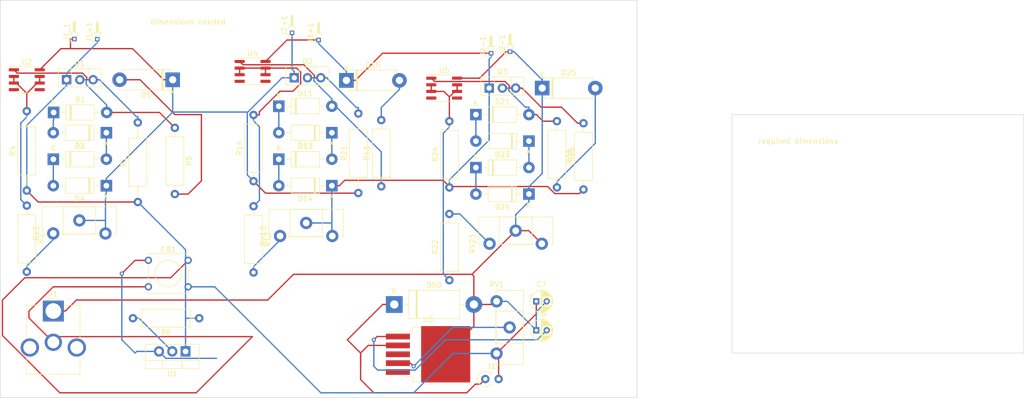
<source format=kicad_pcb>
(kicad_pcb (version 20211014) (generator pcbnew)
  (layers (0 "F.Cu" signal) (31 "B.Cu" signal) (34 "B.Paste" user) (35 "F.Paste" user) (36 "B.SilkS" user "B.Silkscreen") (37 "F.SilkS" user "F.Silkscreen") (38 "B.Mask" user) (39 "F.Mask" user) (44 "Edge.Cuts" user))
  (net 0 "")
  (net 1 "Net-(D1-Pad1)")
  (net 2 "Net-(J1-Pad2)")
  (net 3 "Net-(D2-Pad1)")
  (net 4 "Net-(D3-Pad1)")
  (net 5 "Net-(D1-Pad2)")
  (net 6 "Net-(D4-Pad1)")
  (net 7 "Net-(D5-Pad2)")
  (net 8 "Net-(D11-Pad2)")
  (net 9 "Net-(D11-Pad1)")
  (net 10 "Net-(D12-Pad1)")
  (net 11 "Net-(D14-Pad1)")
  (net 12 "Net-(D15-Pad2)")
  (net 13 "Net-(D21-Pad1)")
  (net 14 "Net-(D21-Pad2)")
  (net 15 "Net-(D22-Pad1)")
  (net 16 "Net-(D23-Pad1)")
  (net 17 "Net-(D13-Pad1)")
  (net 18 "Net-(D25-Pad2)")
  (net 19 "Net-(J1+1-Pad1)")
  (net 20 "Net-(Q1-Pad3)")
  (net 21 "Net-(Q2-Pad3)")
  (net 22 "Net-(Q3-Pad3)")
  (net 23 "Net-(R2-Pad2)")
  (net 24 "Net-(R6-Pad2)")
  (net 25 "Net-(R2-Pad1)")
  (net 26 "Net-(R12-Pad2)")
  (net 27 "Net-(R12-Pad1)")
  (net 28 "Net-(R22-Pad2)")
  (net 29 "Net-(R22-Pad1)")
  (net 30 "Net-(D24-Pad1)")
  (net 31 "Net-(CB1-Pad2)")
  (net 32 "Net-(U1-Pad3)")
  (net 33 "Net-(D50-Pad1)")
  (net 34 "Net-(RV1-Pad2)")
  (footprint "Diode_THT:D_DO-201AD_P15.24mm_Horizontal" (layer "F.Cu") (at 146.15 110.065)
    (fp_text reference "D50" (at 7.62 -3.72) (layer "F.SilkS"))
    (fp_text value "1N5822")
    (fp_text user "K" (at 0 -2.6) (layer "F.SilkS"))
    (pad "1" thru_hole rect (at 0 0) (size 3.2 3.2) (drill 1.6) (layers *.Cu *.Mask) (net 33 "Net-(D50-Pad1)"))
    (pad "2" thru_hole oval (at 15.24 0) (size 3.2 3.2) (drill 1.6) (layers *.Cu *.Mask) (net 30 "Net-(D24-Pad1)"))
  )
  (footprint "Package_TO_SOT_THT:TO-126-3_Vertical" (layer "F.Cu") (at 164.32 68.58)
    (fp_text reference "Q3" (at 2.54 -3.12) (layer "F.SilkS"))
    (fp_text value "BD140")
    (pad "1" thru_hole rect (at 0 0) (size 1.8 1.8) (drill 1) (layers *.Cu *.Mask) (net 11 "Net-(D14-Pad1)"))
    (pad "2" thru_hole oval (at 2.54 0) (size 1.8 1.8) (drill 1) (layers *.Cu *.Mask) (net 14 "Net-(D21-Pad2)"))
    (pad "3" thru_hole oval (at 5.08 0) (size 1.8 1.8) (drill 1) (layers *.Cu *.Mask) (net 22 "Net-(Q3-Pad3)"))
  )
  (footprint "Button_Switch_THT:SW_Tactile_Straight_KSL0Axx1LFTR" (layer "F.Cu") (at 99.06 101.6)
    (fp_text reference "CB1" (at 3.81 -2.08) (layer "F.SilkS"))
    (fp_text value "CircuitBreaker_1P")
    (pad "1" thru_hole circle (at 7.62 0) (size 1.397 1.397) (drill 0.8128) (layers *.Cu *.Mask) (net 32 "Net-(U1-Pad3)"))
    (pad "1" thru_hole circle (at 0 0) (size 1.397 1.397) (drill 0.8128) (layers *.Cu *.Mask) (net 32 "Net-(U1-Pad3)"))
    (pad "2" thru_hole circle (at 0 5.08) (size 1.397 1.397) (drill 0.8128) (layers *.Cu *.Mask) (net 31 "Net-(CB1-Pad2)"))
    (pad "2" thru_hole circle (at 7.62 5.08) (size 1.397 1.397) (drill 0.8128) (layers *.Cu *.Mask) (net 31 "Net-(CB1-Pad2)"))
  )
  (footprint "Connector_PinHeader_1.00mm:PinHeader_1x01_P1.00mm_Horizontal" (layer "F.Cu") (at 89.285 59.195 90)
    (fp_text reference "J1+1" (at 1.375 -1.5 90) (layer "F.SilkS"))
    (fp_text value "Conn_01x01")
    (pad "1" thru_hole rect (at 0 0 90) (size 0.85 0.85) (drill 0.5) (layers *.Cu *.Mask) (net 19 "Net-(J1+1-Pad1)"))
  )
  (footprint "Capacitor_THT:CP_Radial_D4.0mm_P2.00mm" (layer "F.Cu") (at 173.344801 109.465)
    (fp_text reference "C7" (at 1 -3.25) (layer "F.SilkS"))
    (fp_text value "2200uF")
    (pad "1" thru_hole rect (at 0 0) (size 1.2 1.2) (drill 0.6) (layers *.Cu *.Mask) (net 31 "Net-(CB1-Pad2)"))
    (pad "2" thru_hole circle (at 2 0) (size 1.2 1.2) (drill 0.6) (layers *.Cu *.Mask) (net 30 "Net-(D24-Pad1)"))
  )
  (footprint "Resistor_THT:R_Axial_DIN0309_L9.0mm_D3.2mm_P12.70mm_Horizontal" (layer "F.Cu") (at 119.2 86.43 90)
    (fp_text reference "R14" (at 6.35 -2.72 90) (layer "F.SilkS"))
    (fp_text value "R")
    (pad "1" thru_hole circle (at 0 0 90) (size 1.6 1.6) (drill 0.8) (layers *.Cu *.Mask) (net 6 "Net-(D4-Pad1)"))
    (pad "2" thru_hole oval (at 12.7 0 90) (size 1.6 1.6) (drill 0.8) (layers *.Cu *.Mask) (net 27 "Net-(R12-Pad1)"))
  )
  (footprint "Inductor_THT:L_Axial_L6.6mm_D2.7mm_P2.54mm_Vertical_Vishay_IM-2" (layer "F.Cu") (at 163.59 124.365)
    (fp_text reference "l1" (at 1.27 -2.47) (layer "F.SilkS"))
    (fp_text value "150uH")
    (pad "1" thru_hole circle (at 0 0) (size 1.6 1.6) (drill 0.8) (layers *.Cu *.Mask) (net 33 "Net-(D50-Pad1)"))
    (pad "2" thru_hole oval (at 2.54 0) (size 1.6 1.6) (drill 0.8) (layers *.Cu *.Mask) (net 31 "Net-(CB1-Pad2)"))
  )
  (footprint "Resistor_THT:R_Axial_DIN0309_L9.0mm_D3.2mm_P12.70mm_Horizontal" (layer "F.Cu") (at 108.8 112.7 180)
    (fp_text reference "R6" (at 6.35 -2.72) (layer "F.SilkS"))
    (fp_text value "1R1W")
    (pad "1" thru_hole circle (at 0 0 180) (size 1.6 1.6) (drill 0.8) (layers *.Cu *.Mask) (net 19 "Net-(J1+1-Pad1)"))
    (pad "2" thru_hole oval (at 12.7 0 180) (size 1.6 1.6) (drill 0.8) (layers *.Cu *.Mask) (net 24 "Net-(R6-Pad2)"))
  )
  (footprint "Connector_PinHeader_1.00mm:PinHeader_1x01_P1.00mm_Horizontal" (layer "F.Cu") (at 126.58 57.985 90)
    (fp_text reference "J2+1" (at 1.375 -1.5 90) (layer "F.SilkS"))
    (fp_text value "Conn_01x01")
    (pad "1" thru_hole rect (at 0 0 90) (size 0.85 0.85) (drill 0.5) (layers *.Cu *.Mask) (net 6 "Net-(D4-Pad1)"))
  )
  (footprint "Diode_THT:D_DO-41_SOD81_P10.16mm_Horizontal" (layer "F.Cu") (at 161.78 73.66)
    (fp_text reference "D21" (at 5.08 -2.47) (layer "F.SilkS"))
    (fp_text value "1N4007")
    (fp_text user "K" (at 0 -2.1) (layer "F.SilkS"))
    (pad "1" thru_hole rect (at 0 0) (size 2.2 2.2) (drill 1.1) (layers *.Cu *.Mask) (net 13 "Net-(D21-Pad1)"))
    (pad "2" thru_hole oval (at 10.16 0) (size 2.2 2.2) (drill 1.1) (layers *.Cu *.Mask) (net 14 "Net-(D21-Pad2)"))
  )
  (footprint "Diode_THT:D_5W_P10.16mm_Horizontal" (layer "F.Cu") (at 136.98 67.1)
    (fp_text reference "D15" (at 5.08 -2.97) (layer "F.SilkS"))
    (fp_text value "LED")
    (fp_text user "K" (at 0 -2.4) (layer "F.SilkS"))
    (pad "1" thru_hole rect (at 0 0) (size 2.8 2.8) (drill 1.4) (layers *.Cu *.Mask) (net 11 "Net-(D14-Pad1)"))
    (pad "2" thru_hole oval (at 10.16 0) (size 2.8 2.8) (drill 1.4) (layers *.Cu *.Mask) (net 12 "Net-(D15-Pad2)"))
  )
  (footprint "Package_TO_SOT_THT:TO-126-3_Vertical" (layer "F.Cu") (at 127 66.605)
    (fp_text reference "Q2" (at 2.54 -3.12) (layer "F.SilkS"))
    (fp_text value "BD140")
    (pad "1" thru_hole rect (at 0 0) (size 1.8 1.8) (drill 1) (layers *.Cu *.Mask) (net 6 "Net-(D4-Pad1)"))
    (pad "2" thru_hole oval (at 2.54 0) (size 1.8 1.8) (drill 1) (layers *.Cu *.Mask) (net 8 "Net-(D11-Pad2)"))
    (pad "3" thru_hole oval (at 5.08 0) (size 1.8 1.8) (drill 1) (layers *.Cu *.Mask) (net 21 "Net-(Q2-Pad3)"))
  )
  (footprint "Package_SO:SOIC-8_3.9x4.9mm_P1.27mm" (layer "F.Cu") (at 119.02 65.38)
    (fp_text reference "U4" (at 0 -3.4) (layer "F.SilkS"))
    (fp_text value "TL431D")
    (pad "1" smd roundrect (at -2.475 -1.905) (size 1.95 0.6) (layers "F.Cu" "F.Paste" "F.Mask") (net 21 "Net-(Q2-Pad3)"))
    (pad "2" smd roundrect (at -2.475 -0.635) (size 1.95 0.6) (layers "F.Cu" "F.Paste" "F.Mask") (net 27 "Net-(R12-Pad1)"))
    (pad "3" smd roundrect (at -2.475 0.635) (size 1.95 0.6) (layers "F.Cu" "F.Paste" "F.Mask") (net 27 "Net-(R12-Pad1)"))
    (pad "4" smd roundrect (at -2.475 1.905) (size 1.95 0.6) (layers "F.Cu" "F.Paste" "F.Mask"))
    (pad "5" smd roundrect (at 2.475 1.905) (size 1.95 0.6) (layers "F.Cu" "F.Paste" "F.Mask"))
    (pad "6" smd roundrect (at 2.475 0.635) (size 1.95 0.6) (layers "F.Cu" "F.Paste" "F.Mask") (net 27 "Net-(R12-Pad1)"))
    (pad "7" smd roundrect (at 2.475 -0.635) (size 1.95 0.6) (layers "F.Cu" "F.Paste" "F.Mask") (net 27 "Net-(R12-Pad1)"))
    (pad "8" smd roundrect (at 2.475 -1.905) (size 1.95 0.6) (layers "F.Cu" "F.Paste" "F.Mask") (net 11 "Net-(D14-Pad1)"))
  )
  (footprint "Connector_PinHeader_1.00mm:PinHeader_1x01_P1.00mm_Horizontal" (layer "F.Cu") (at 131.66 59.36 90)
    (fp_text reference "J3+1" (at 1.375 -1.5 90) (layer "F.SilkS"))
    (fp_text value "Conn_01x01")
    (pad "1" thru_hole rect (at 0 0 90) (size 0.85 0.85) (drill 0.5) (layers *.Cu *.Mask) (net 11 "Net-(D14-Pad1)"))
  )
  (footprint "Diode_THT:D_5W_P10.16mm_Horizontal" (layer "F.Cu") (at 174.48 68.58)
    (fp_text reference "D25" (at 5.08 -2.97) (layer "F.SilkS"))
    (fp_text value "LED")
    (fp_text user "K" (at 0 -2.4) (layer "F.SilkS"))
    (pad "1" thru_hole rect (at 0 0) (size 2.8 2.8) (drill 1.4) (layers *.Cu *.Mask) (net 30 "Net-(D24-Pad1)"))
    (pad "2" thru_hole oval (at 10.16 0) (size 2.8 2.8) (drill 1.4) (layers *.Cu *.Mask) (net 18 "Net-(D25-Pad2)"))
  )
  (footprint "Diode_THT:D_DO-41_SOD81_P10.16mm_Horizontal" (layer "F.Cu") (at 124.04 72.06)
    (fp_text reference "D11" (at 5.08 -2.47) (layer "F.SilkS"))
    (fp_text value "1N4007")
    (fp_text user "K" (at 0 -2.1) (layer "F.SilkS"))
    (pad "1" thru_hole rect (at 0 0) (size 2.2 2.2) (drill 1.1) (layers *.Cu *.Mask) (net 9 "Net-(D11-Pad1)"))
    (pad "2" thru_hole oval (at 10.16 0) (size 2.2 2.2) (drill 1.1) (layers *.Cu *.Mask) (net 8 "Net-(D11-Pad2)"))
  )
  (footprint "Diode_THT:D_DO-41_SOD81_P10.16mm_Horizontal" (layer "F.Cu") (at 80.86 82.22)
    (fp_text reference "D3" (at 5.08 -2.47) (layer "F.SilkS"))
    (fp_text value "1N4007")
    (fp_text user "K" (at 0 -2.1) (layer "F.SilkS"))
    (pad "1" thru_hole rect (at 0 0) (size 2.2 2.2) (drill 1.1) (layers *.Cu *.Mask) (net 4 "Net-(D3-Pad1)"))
    (pad "2" thru_hole oval (at 10.16 0) (size 2.2 2.2) (drill 1.1) (layers *.Cu *.Mask) (net 3 "Net-(D2-Pad1)"))
  )
  (footprint "Resistor_THT:R_Axial_DIN0309_L9.0mm_D3.2mm_P12.70mm_Horizontal" (layer "F.Cu") (at 119.2 91.23 -90)
    (fp_text reference "R12" (at 6.35 -2.72 90) (layer "F.SilkS"))
    (fp_text value "R")
    (pad "1" thru_hole circle (at 0 0 270) (size 1.6 1.6) (drill 0.8) (layers *.Cu *.Mask) (net 27 "Net-(R12-Pad1)"))
    (pad "2" thru_hole oval (at 12.7 0 270) (size 1.6 1.6) (drill 0.8) (layers *.Cu *.Mask) (net 26 "Net-(R12-Pad2)"))
  )
  (footprint "Package_TO_SOT_THT:TO-220-3_Vertical" (layer "F.Cu") (at 106.18 119.07 180)
    (fp_text reference "U1" (at 2.54 -4.27) (layer "F.SilkS"))
    (fp_text value "LM317_TO-220")
    (pad "1" thru_hole rect (at 0 0 180) (size 1.905 2) (drill 1.1) (layers *.Cu *.Mask) (net 19 "Net-(J1+1-Pad1)"))
    (pad "2" thru_hole oval (at 2.54 0 180) (size 1.905 2) (drill 1.1) (layers *.Cu *.Mask) (net 24 "Net-(R6-Pad2)"))
    (pad "3" thru_hole oval (at 5.08 0 180) (size 1.905 2) (drill 1.1) (layers *.Cu *.Mask) (net 32 "Net-(U1-Pad3)"))
  )
  (footprint "Connector_PinHeader_1.00mm:PinHeader_1x01_P1.00mm_Horizontal" (layer "F.Cu") (at 84.9 59.175 90)
    (fp_text reference "J1_1" (at 1.375 -1.5 90) (layer "F.SilkS"))
    (fp_text value "Conn_01x01")
    (pad "1" thru_hole rect (at 0 0 90) (size 0.85 0.85) (drill 0.5) (layers *.Cu *.Mask) (net 6 "Net-(D4-Pad1)"))
  )
  (footprint "Diode_THT:D_DO-41_SOD81_P10.16mm_Horizontal" (layer "F.Cu") (at 134.2 87.3 180)
    (fp_text reference "D14" (at 5.08 -2.47) (layer "F.SilkS"))
    (fp_text value "1N4007")
    (fp_text user "K" (at 0 -2.1) (layer "F.SilkS"))
    (pad "1" thru_hole rect (at 0 0 180) (size 2.2 2.2) (drill 1.1) (layers *.Cu *.Mask) (net 11 "Net-(D14-Pad1)"))
    (pad "2" thru_hole oval (at 10.16 0 180) (size 2.2 2.2) (drill 1.1) (layers *.Cu *.Mask) (net 17 "Net-(D13-Pad1)"))
  )
  (footprint "Potentiometer_THT:Potentiometer_ACP_CA14-H2,5_Horizontal" (layer "F.Cu") (at 124.28 96.94 90)
    (fp_text reference "RV13" (at 0 -3.25 90) (layer "F.SilkS"))
    (fp_text value "R_Potentiometer")
    (pad "1" thru_hole circle (at 0 0 90) (size 2.34 2.34) (drill 1.3) (layers *.Cu *.Mask) (net 26 "Net-(R12-Pad2)"))
    (pad "2" thru_hole circle (at 2.5 5 90) (size 2.34 2.34) (drill 1.3) (layers *.Cu *.Mask) (net 11 "Net-(D14-Pad1)"))
    (pad "3" thru_hole circle (at 0 10 90) (size 2.34 2.34) (drill 1.3) (layers *.Cu *.Mask) (net 11 "Net-(D14-Pad1)"))
  )
  (footprint "Diode_THT:D_DO-41_SOD81_P10.16mm_Horizontal" (layer "F.Cu") (at 91.02 87.3 180)
    (fp_text reference "D4" (at 5.08 -2.47) (layer "F.SilkS"))
    (fp_text value "1N4007")
    (fp_text user "K" (at 0 -2.1) (layer "F.SilkS"))
    (pad "1" thru_hole rect (at 0 0 180) (size 2.2 2.2) (drill 1.1) (layers *.Cu *.Mask) (net 6 "Net-(D4-Pad1)"))
    (pad "2" thru_hole oval (at 10.16 0 180) (size 2.2 2.2) (drill 1.1) (layers *.Cu *.Mask) (net 4 "Net-(D3-Pad1)"))
  )
  (footprint "Package_TO_SOT_THT:TO-126-3_Vertical" (layer "F.Cu") (at 83.4 66.98)
    (fp_text reference "Q1" (at 2.54 -3.12) (layer "F.SilkS"))
    (fp_text value "BD140")
    (pad "1" thru_hole rect (at 0 0) (size 1.8 1.8) (drill 1) (layers *.Cu *.Mask) (net 19 "Net-(J1+1-Pad1)"))
    (pad "2" thru_hole oval (at 2.54 0) (size 1.8 1.8) (drill 1) (layers *.Cu *.Mask) (net 5 "Net-(D1-Pad2)"))
    (pad "3" thru_hole oval (at 5.08 0) (size 1.8 1.8) (drill 1) (layers *.Cu *.Mask) (net 20 "Net-(Q1-Pad3)"))
  )
  (footprint "Diode_THT:D_DO-41_SOD81_P10.16mm_Horizontal" (layer "F.Cu") (at 80.92 73.25)
    (fp_text reference "D1" (at 5.08 -2.47) (layer "F.SilkS"))
    (fp_text value "1N4007")
    (fp_text user "K" (at 0 -2.1) (layer "F.SilkS"))
    (pad "1" thru_hole rect (at 0 0) (size 2.2 2.2) (drill 1.1) (layers *.Cu *.Mask) (net 1 "Net-(D1-Pad1)"))
    (pad "2" thru_hole oval (at 10.16 0) (size 2.2 2.2) (drill 1.1) (layers *.Cu *.Mask) (net 5 "Net-(D1-Pad2)"))
  )
  (footprint "Diode_THT:D_DO-41_SOD81_P10.16mm_Horizontal" (layer "F.Cu") (at 134.2 77.14 180)
    (fp_text reference "D12" (at 5.08 -2.47) (layer "F.SilkS"))
    (fp_text value "1N4007")
    (fp_text user "K" (at 0 -2.1) (layer "F.SilkS"))
    (pad "1" thru_hole rect (at 0 0 180) (size 2.2 2.2) (drill 1.1) (layers *.Cu *.Mask) (net 10 "Net-(D12-Pad1)"))
    (pad "2" thru_hole oval (at 10.16 0 180) (size 2.2 2.2) (drill 1.1) (layers *.Cu *.Mask) (net 9 "Net-(D11-Pad1)"))
  )
  (footprint "Resistor_THT:R_Axial_DIN0309_L9.0mm_D3.2mm_P12.70mm_Horizontal" (layer "F.Cu") (at 182.38 88.02 90)
    (fp_text reference "R31" (at 6.35 -2.72 90) (layer "F.SilkS"))
    (fp_text value "R")
    (pad "1" thru_hole circle (at 0 0 90) (size 1.6 1.6) (drill 0.8) (layers *.Cu *.Mask) (net 11 "Net-(D14-Pad1)"))
    (pad "2" thru_hole oval (at 12.7 0 90) (size 1.6 1.6) (drill 0.8) (layers *.Cu *.Mask) (net 22 "Net-(Q3-Pad3)"))
  )
  (footprint "Resistor_THT:R_Axial_DIN0309_L9.0mm_D3.2mm_P15.24mm_Horizontal" (layer "F.Cu") (at 139.27 88.69 90)
    (fp_text reference "R21" (at 7.62 -2.72 90) (layer "F.SilkS"))
    (fp_text value "R")
    (pad "1" thru_hole circle (at 0 0 90) (size 1.6 1.6) (drill 0.8) (layers *.Cu *.Mask) (net 6 "Net-(D4-Pad1)"))
    (pad "2" thru_hole oval (at 15.24 0 90) (size 1.6 1.6) (drill 0.8) (layers *.Cu *.Mask) (net 21 "Net-(Q2-Pad3)"))
  )
  (footprint "Connector_PinHeader_1.00mm:PinHeader_1x01_P1.00mm_Horizontal" (layer "F.Cu") (at 168.325 61.595 90)
    (fp_text reference "J3-1" (at 1.375 -1.5 90) (layer "F.SilkS"))
    (fp_text value "Conn_01x01")
    (pad "1" thru_hole rect (at 0 0 90) (size 0.85 0.85) (drill 0.5) (layers *.Cu *.Mask) (net 30 "Net-(D24-Pad1)"))
  )
  (footprint "Potentiometer_THT:Potentiometer_ACP_CA14-H2,5_Horizontal" (layer "F.Cu") (at 80.846 96.449 90)
    (fp_text reference "RV3" (at 0 -3.25 90) (layer "F.SilkS"))
    (fp_text value "R_Potentiometer")
    (pad "1" thru_hole circle (at 0 0 90) (size 2.34 2.34) (drill 1.3) (layers *.Cu *.Mask) (net 23 "Net-(R2-Pad2)"))
    (pad "2" thru_hole circle (at 2.5 5 90) (size 2.34 2.34) (drill 1.3) (layers *.Cu *.Mask) (net 6 "Net-(D4-Pad1)"))
    (pad "3" thru_hole circle (at 0 10 90) (size 2.34 2.34) (drill 1.3) (layers *.Cu *.Mask) (net 6 "Net-(D4-Pad1)"))
  )
  (footprint "Resistor_THT:R_Axial_DIN0309_L9.0mm_D3.2mm_P12.70mm_Horizontal" (layer "F.Cu") (at 143.66 87.42 90)
    (fp_text reference "R13" (at 6.35 -2.72 90) (layer "F.SilkS"))
    (fp_text value "R")
    (pad "1" thru_hole circle (at 0 0 90) (size 1.6 1.6) (drill 0.8) (layers *.Cu *.Mask) (net 8 "Net-(D11-Pad2)"))
    (pad "2" thru_hole oval (at 12.7 0 90) (size 1.6 1.6) (drill 0.8) (layers *.Cu *.Mask) (net 12 "Net-(D15-Pad2)"))
  )
  (footprint "Diode_THT:D_DO-41_SOD81_P10.16mm_Horizontal" (layer "F.Cu") (at 171.94 78.74 180)
    (fp_text reference "D22" (at 5.08 -2.47) (layer "F.SilkS"))
    (fp_text value "1N4007")
    (fp_text user "K" (at 0 -2.1) (layer "F.SilkS"))
    (pad "1" thru_hole rect (at 0 0 180) (size 2.2 2.2) (drill 1.1) (layers *.Cu *.Mask) (net 15 "Net-(D22-Pad1)"))
    (pad "2" thru_hole oval (at 10.16 0 180) (size 2.2 2.2) (drill 1.1) (layers *.Cu *.Mask) (net 13 "Net-(D21-Pad1)"))
  )
  (footprint "Resistor_THT:R_Axial_DIN0309_L9.0mm_D3.2mm_P12.70mm_Horizontal" (layer "F.Cu") (at 75.78 91.11 -90)
    (fp_text reference "R2" (at 6.35 -2.72 90) (layer "F.SilkS"))
    (fp_text value "R")
    (pad "1" thru_hole circle (at 0 0 270) (size 1.6 1.6) (drill 0.8) (layers *.Cu *.Mask) (net 25 "Net-(R2-Pad1)"))
    (pad "2" thru_hole oval (at 12.7 0 270) (size 1.6 1.6) (drill 0.8) (layers *.Cu *.Mask) (net 23 "Net-(R2-Pad2)"))
  )
  (footprint "Resistor_THT:R_Axial_DIN0309_L9.0mm_D3.2mm_P12.70mm_Horizontal" (layer "F.Cu") (at 156.7 105.41 90)
    (fp_text reference "R22" (at 6.35 -2.72 90) (layer "F.SilkS"))
    (fp_text value "R")
    (pad "1" thru_hole circle (at 0 0 90) (size 1.6 1.6) (drill 0.8) (layers *.Cu *.Mask) (net 29 "Net-(R22-Pad1)"))
    (pad "2" thru_hole oval (at 12.7 0 90) (size 1.6 1.6) (drill 0.8) (layers *.Cu *.Mask) (net 28 "Net-(R22-Pad2)"))
  )
  (footprint "Diode_THT:D_DO-41_SOD81_P10.16mm_Horizontal" (layer "F.Cu") (at 161.78 83.82)
    (fp_text reference "D23" (at 5.08 -2.47) (layer "F.SilkS"))
    (fp_text value "1N4007")
    (fp_text user "K" (at 0 -2.1) (layer "F.SilkS"))
    (pad "1" thru_hole rect (at 0 0) (size 2.2 2.2) (drill 1.1) (layers *.Cu *.Mask) (net 16 "Net-(D23-Pad1)"))
    (pad "2" thru_hole oval (at 10.16 0) (size 2.2 2.2) (drill 1.1) (layers *.Cu *.Mask) (net 15 "Net-(D22-Pad1)"))
  )
  (footprint "Package_SO:SOIC-8_3.9x4.9mm_P1.27mm" (layer "F.Cu") (at 75.78 66.98)
    (fp_text reference "U2" (at 0 -3.4) (layer "F.SilkS"))
    (fp_text value "TL431D")
    (pad "1" smd roundrect (at -2.475 -1.905) (size 1.95 0.6) (layers "F.Cu" "F.Paste" "F.Mask") (net 20 "Net-(Q1-Pad3)"))
    (pad "2" smd roundrect (at -2.475 -0.635) (size 1.95 0.6) (layers "F.Cu" "F.Paste" "F.Mask") (net 25 "Net-(R2-Pad1)"))
    (pad "3" smd roundrect (at -2.475 0.635) (size 1.95 0.6) (layers "F.Cu" "F.Paste" "F.Mask") (net 25 "Net-(R2-Pad1)"))
    (pad "4" smd roundrect (at -2.475 1.905) (size 1.95 0.6) (layers "F.Cu" "F.Paste" "F.Mask"))
    (pad "5" smd roundrect (at 2.475 1.905) (size 1.95 0.6) (layers "F.Cu" "F.Paste" "F.Mask"))
    (pad "6" smd roundrect (at 2.475 0.635) (size 1.95 0.6) (layers "F.Cu" "F.Paste" "F.Mask") (net 25 "Net-(R2-Pad1)"))
    (pad "7" smd roundrect (at 2.475 -0.635) (size 1.95 0.6) (layers "F.Cu" "F.Paste" "F.Mask") (net 25 "Net-(R2-Pad1)"))
    (pad "8" smd roundrect (at 2.475 -1.905) (size 1.95 0.6) (layers "F.Cu" "F.Paste" "F.Mask") (net 6 "Net-(D4-Pad1)"))
  )
  (footprint "Resistor_THT:R_Axial_DIN0309_L9.0mm_D3.2mm_P15.24mm_Horizontal" (layer "F.Cu") (at 97.04 90.42 90)
    (fp_text reference "R1" (at 7.62 -2.72 90) (layer "F.SilkS"))
    (fp_text value "R")
    (pad "1" thru_hole circle (at 0 0 90) (size 1.6 1.6) (drill 0.8) (layers *.Cu *.Mask) (net 19 "Net-(J1+1-Pad1)"))
    (pad "2" thru_hole oval (at 15.24 0 90) (size 1.6 1.6) (drill 0.8) (layers *.Cu *.Mask) (net 20 "Net-(Q1-Pad3)"))
  )
  (footprint "Diode_THT:D_5W_P10.16mm_Horizontal" (layer "F.Cu") (at 103.72 66.98 180)
    (fp_text reference "D5" (at 5.08 -2.97) (layer "F.SilkS"))
    (fp_text value "LED")
    (fp_text user "K" (at 0 -2.4) (layer "F.SilkS"))
    (pad "1" thru_hole rect (at 0 0 180) (size 2.8 2.8) (drill 1.4) (layers *.Cu *.Mask) (net 6 "Net-(D4-Pad1)"))
    (pad "2" thru_hole oval (at 10.16 0 180) (size 2.8 2.8) (drill 1.4) (layers *.Cu *.Mask) (net 7 "Net-(D5-Pad2)"))
  )
  (footprint "Resistor_THT:R_Axial_DIN0309_L9.0mm_D3.2mm_P12.70mm_Horizontal" (layer "F.Cu") (at 104.14 76.2 -90)
    (fp_text reference "R5" (at 6.35 -2.72 90) (layer "F.SilkS"))
    (fp_text value "R")
    (pad "1" thru_hole circle (at 0 0 270) (size 1.6 1.6) (drill 0.8) (layers *.Cu *.Mask) (net 5 "Net-(D1-Pad2)"))
    (pad "2" thru_hole oval (at 12.7 0 270) (size 1.6 1.6) (drill 0.8) (layers *.Cu *.Mask) (net 7 "Net-(D5-Pad2)"))
  )
  (footprint "Connector_BarrelJack:BarrelJack_CUI_PJ-063AH_Horizontal_CircularHoles" (layer "F.Cu") (at 80.86 111.32)
    (fp_text reference "J1" (at 0 -3.3) (layer "F.SilkS"))
    (fp_text value "Barrel_Jack")
    (pad "" np_thru_hole circle (at 0 9) (size 1.6 1.6) (drill 1.6) (layers *.Cu *.Mask))
    (pad "1" thru_hole rect (at 0 0) (size 4 4) (drill 3) (layers *.Cu *.Mask) (net 30 "Net-(D24-Pad1)"))
    (pad "2" thru_hole circle (at 0 6) (size 3.3 3.3) (drill 2.3) (layers *.Cu *.Mask) (net 2 "Net-(J1-Pad2)"))
    (pad "MP" thru_hole circle (at 4.5 7) (size 3.5 3.5) (drill 2.5) (layers *.Cu *.Mask))
    (pad "MP" thru_hole circle (at -4.5 7) (size 3.5 3.5) (drill 2.5) (layers *.Cu *.Mask))
  )
  (footprint "Connector_PinHeader_1.00mm:PinHeader_1x01_P1.00mm_Horizontal" (layer "F.Cu") (at 164.68 61.9 90)
    (fp_text reference "J2-1" (at 1.375 -1.5 90) (layer "F.SilkS"))
    (fp_text value "Conn_01x01")
    (pad "1" thru_hole rect (at 0 0 90) (size 0.85 0.85) (drill 0.5) (layers *.Cu *.Mask) (net 11 "Net-(D14-Pad1)"))
  )
  (footprint "Resistor_THT:R_Axial_DIN0309_L9.0mm_D3.2mm_P12.70mm_Horizontal" (layer "F.Cu") (at 156.7 87.63 90)
    (fp_text reference "R24" (at 6.35 -2.72 90) (layer "F.SilkS"))
    (fp_text value "R")
    (pad "1" thru_hole circle (at 0 0 90) (size 1.6 1.6) (drill 0.8) (layers *.Cu *.Mask) (net 11 "Net-(D14-Pad1)"))
    (pad "2" thru_hole oval (at 12.7 0 90) (size 1.6 1.6) (drill 0.8) (layers *.Cu *.Mask) (net 29 "Net-(R22-Pad1)"))
  )
  (footprint "Potentiometer_THT:Potentiometer_ACP_CA14-H2,5_Horizontal" (layer "F.Cu") (at 164.4 98.42 90)
    (fp_text reference "RV23" (at 0 -3.25 90) (layer "F.SilkS"))
    (fp_text value "R_Potentiometer")
    (pad "1" thru_hole circle (at 0 0 90) (size 2.34 2.34) (drill 1.3) (layers *.Cu *.Mask) (net 28 "Net-(R22-Pad2)"))
    (pad "2" thru_hole circle (at 2.5 5 90) (size 2.34 2.34) (drill 1.3) (layers *.Cu *.Mask) (net 30 "Net-(D24-Pad1)"))
    (pad "3" thru_hole circle (at 0 10 90) (size 2.34 2.34) (drill 1.3) (layers *.Cu *.Mask) (net 30 "Net-(D24-Pad1)"))
  )
  (footprint "Capacitor_THT:CP_Radial_D4.0mm_P2.00mm" (layer "F.Cu") (at 173.344801 115.015)
    (fp_text reference "C6" (at 1 -3.25) (layer "F.SilkS"))
    (fp_text value "100uF")
    (pad "1" thru_hole rect (at 0 0) (size 1.2 1.2) (drill 0.6) (layers *.Cu *.Mask) (net 30 "Net-(D24-Pad1)"))
    (pad "2" thru_hole circle (at 2 0) (size 1.2 1.2) (drill 0.6) (layers *.Cu *.Mask) (net 2 "Net-(J1-Pad2)"))
  )
  (footprint "Resistor_THT:R_Axial_DIN0309_L9.0mm_D3.2mm_P12.70mm_Horizontal" (layer "F.Cu") (at 177.3 74.93 -90)
    (fp_text reference "R25" (at 6.35 -2.72 90) (layer "F.SilkS"))
    (fp_text value "R")
    (pad "1" thru_hole circle (at 0 0 270) (size 1.6 1.6) (drill 0.8) (layers *.Cu *.Mask) (net 14 "Net-(D21-Pad2)"))
    (pad "2" thru_hole oval (at 12.7 0 270) (size 1.6 1.6) (drill 0.8) (layers *.Cu *.Mask) (net 18 "Net-(D25-Pad2)"))
  )
  (footprint "Package_TO_SOT_SMD:TO-263-5_TabPin3" (layer "F.Cu") (at 152.62 119.615)
    (fp_text reference "U3" (at 0 -6.65) (layer "F.SilkS"))
    (fp_text value "LM2576S-ADJ")
    (pad "1" smd rect (at -5.775 -3.4) (size 4.6 1.1) (layers "F.Cu" "F.Paste" "F.Mask") (net 2 "Net-(J1-Pad2)"))
    (pad "2" smd rect (at -5.775 -1.7) (size 4.6 1.1) (layers "F.Cu" "F.Paste" "F.Mask") (net 33 "Net-(D50-Pad1)"))
    (pad "3" smd rect (at -5.775 0) (size 4.6 1.1) (layers "F.Cu" "F.Paste" "F.Mask") (net 30 "Net-(D24-Pad1)"))
    (pad "3" smd rect (at 3.375 0) (size 9.4 10.8) (layers "F.Cu" "F.Mask") (net 30 "Net-(D24-Pad1)"))
    (pad "4" smd rect (at -5.775 1.7) (size 4.6 1.1) (layers "F.Cu" "F.Paste" "F.Mask") (net 34 "Net-(RV1-Pad2)"))
    (pad "5" smd rect (at -5.775 3.4) (size 4.6 1.1) (layers "F.Cu" "F.Paste" "F.Mask") (net 30 "Net-(D24-Pad1)"))
  )
  (footprint "Potentiometer_THT:Potentiometer_ACP_CA14-H2,5_Horizontal" (layer "F.Cu") (at 165.74 109.465)
    (fp_text reference "RV1" (at 0 -3.25) (layer "F.SilkS"))
    (fp_text value "R_Potentiometer")
    (pad "1" thru_hole circle (at 0 0) (size 2.34 2.34) (drill 1.3) (layers *.Cu *.Mask) (net 30 "Net-(D24-Pad1)"))
    (pad "2" thru_hole circle (at 2.5 5) (size 2.34 2.34) (drill 1.3) (layers *.Cu *.Mask) (net 34 "Net-(RV1-Pad2)"))
    (pad "3" thru_hole circle (at 0 10) (size 2.34 2.34) (drill 1.3) (layers *.Cu *.Mask) (net 31 "Net-(CB1-Pad2)"))
  )
  (footprint "Resistor_THT:R_Axial_DIN0309_L9.0mm_D3.2mm_P15.24mm_Horizontal" (layer "F.Cu") (at 75.78 88.24 90)
    (fp_text reference "R4" (at 7.62 -2.72 90) (layer "F.SilkS"))
    (fp_text value "R")
    (pad "1" thru_hole circle (at 0 0 90) (size 1.6 1.6) (drill 0.8) (layers *.Cu *.Mask) (net 19 "Net-(J1+1-Pad1)"))
    (pad "2" thru_hole oval (at 15.24 0 90) (size 1.6 1.6) (drill 0.8) (layers *.Cu *.Mask) (net 25 "Net-(R2-Pad1)"))
  )
  (footprint "Diode_THT:D_DO-41_SOD81_P10.16mm_Horizontal" (layer "F.Cu") (at 171.94 88.9 180)
    (fp_text reference "D24" (at 5.08 -2.47) (layer "F.SilkS"))
    (fp_text value "1N4007")
    (fp_text user "K" (at 0 -2.1) (layer "F.SilkS"))
    (pad "1" thru_hole rect (at 0 0 180) (size 2.2 2.2) (drill 1.1) (layers *.Cu *.Mask) (net 30 "Net-(D24-Pad1)"))
    (pad "2" thru_hole oval (at 10.16 0 180) (size 2.2 2.2) (drill 1.1) (layers *.Cu *.Mask) (net 16 "Net-(D23-Pad1)"))
  )
  (footprint "Diode_THT:D_DO-41_SOD81_P10.16mm_Horizontal" (layer "F.Cu") (at 124.04 82.22)
    (fp_text reference "D13" (at 5.08 -2.47) (layer "F.SilkS"))
    (fp_text value "1N4007")
    (fp_text user "K" (at 0 -2.1) (layer "F.SilkS"))
    (pad "1" thru_hole rect (at 0 0) (size 2.2 2.2) (drill 1.1) (layers *.Cu *.Mask) (net 17 "Net-(D13-Pad1)"))
    (pad "2" thru_hole oval (at 10.16 0) (size 2.2 2.2) (drill 1.1) (layers *.Cu *.Mask) (net 10 "Net-(D12-Pad1)"))
  )
  (footprint "Diode_THT:D_DO-41_SOD81_P10.16mm_Horizontal" (layer "F.Cu") (at 91.02 77.14 180)
    (fp_text reference "D2" (at 5.08 -2.47) (layer "F.SilkS"))
    (fp_text value "1N4007")
    (fp_text user "K" (at 0 -2.1) (layer "F.SilkS"))
    (pad "1" thru_hole rect (at 0 0 180) (size 2.2 2.2) (drill 1.1) (layers *.Cu *.Mask) (net 3 "Net-(D2-Pad1)"))
    (pad "2" thru_hole oval (at 10.16 0 180) (size 2.2 2.2) (drill 1.1) (layers *.Cu *.Mask) (net 1 "Net-(D1-Pad1)"))
  )
  (footprint "Package_SO:SOIC-8_3.9x4.9mm_P1.27mm" (layer "F.Cu") (at 155.71 68.58)
    (fp_text reference "U5" (at 0 -3.4) (layer "F.SilkS"))
    (fp_text value "TL431D")
    (pad "1" smd roundrect (at -2.475 -1.905) (size 1.95 0.6) (layers "F.Cu" "F.Paste" "F.Mask") (net 22 "Net-(Q3-Pad3)"))
    (pad "2" smd roundrect (at -2.475 -0.635) (size 1.95 0.6) (layers "F.Cu" "F.Paste" "F.Mask") (net 29 "Net-(R22-Pad1)"))
    (pad "3" smd roundrect (at -2.475 0.635) (size 1.95 0.6) (layers "F.Cu" "F.Paste" "F.Mask") (net 29 "Net-(R22-Pad1)"))
    (pad "4" smd roundrect (at -2.475 1.905) (size 1.95 0.6) (layers "F.Cu" "F.Paste" "F.Mask"))
    (pad "5" smd roundrect (at 2.475 1.905) (size 1.95 0.6) (layers "F.Cu" "F.Paste" "F.Mask"))
    (pad "6" smd roundrect (at 2.475 0.635) (size 1.95 0.6) (layers "F.Cu" "F.Paste" "F.Mask") (net 29 "Net-(R22-Pad1)"))
    (pad "7" smd roundrect (at 2.475 -0.635) (size 1.95 0.6) (layers "F.Cu" "F.Paste" "F.Mask") (net 29 "Net-(R22-Pad1)"))
    (pad "8" smd roundrect (at 2.475 -1.905) (size 1.95 0.6) (layers "F.Cu" "F.Paste" "F.Mask") (net 30 "Net-(D24-Pad1)"))
  )
  (gr_rect (start 210.82 73.66) (end 266.7 119.38) (layer "Edge.Cuts") (width 0.1) (fill none))
  (gr_rect (start 70.7 51.74) (end 192.62 127.94) (layer "Edge.Cuts") (width 0.1) (fill none))
  (gr_text "required dimensions\n" (at 223.52 78.74) (layer "F.SilkS") (effects (font (size 1 1))))
  (gr_text "dimensions needed" (at 106.68 55.88) (layer "F.SilkS") (effects (font (size 1 1))))
  (segment (start 80.92 74.6751) (end 80.86 74.7351) (width 0.25) (layer "B.Cu") (net 1))
  (segment (start 80.86 74.7351) (end 80.86 77.14) (width 0.25) (layer "B.Cu") (net 1))
  (segment (start 80.92 73.25) (end 80.92 74.6751) (width 0.25) (layer "B.Cu") (net 1))
  (segment (start 142.865 116.215) (end 142.24 116.84) (width 0.25) (layer "F.Cu") (net 2))
  (segment (start 146.845 116.215) (end 142.865 116.215) (width 0.25) (layer "F.Cu") (net 2))
  (via (at 142.24 116.84) (size 0.8) (drill 0.4) (layers "F.Cu" "B.Cu") (net 2))
  (segment (start 155.965305 116.84) (end 150.160305 122.645) (width 0.25) (layer "B.Cu") (net 2))
  (segment (start 173.519801 116.84) (end 155.965305 116.84) (width 0.25) (layer "B.Cu") (net 2))
  (segment (start 142.965 122.645) (end 142.24 121.92) (width 0.25) (layer "B.Cu") (net 2))
  (segment (start 150.160305 122.645) (end 142.965 122.645) (width 0.25) (layer "B.Cu") (net 2))
  (segment (start 142.24 121.92) (end 142.24 116.84) (width 0.25) (layer "B.Cu") (net 2))
  (segment (start 175.344801 115.015) (end 173.519801 116.84) (width 0.25) (layer "B.Cu") (net 2))
  (segment (start 91.02 77.14) (end 91.02 82.22) (width 0.25) (layer "B.Cu") (net 3))
  (segment (start 80.86 82.22) (end 80.86 87.3) (width 0.25) (layer "B.Cu") (net 4))
  (segment (start 101.19 73.25) (end 104.14 76.2) (width 0.25) (layer "F.Cu") (net 5))
  (segment (start 91.08 73.25) (end 101.19 73.25) (width 0.25) (layer "F.Cu") (net 5))
  (segment (start 85.94 66.98) (end 87.1651 66.98) (width 0.25) (layer "B.Cu") (net 5))
  (segment (start 91.08 71.8249) (end 87.1651 67.91) (width 0.25) (layer "B.Cu") (net 5))
  (segment (start 87.1651 67.91) (end 87.1651 66.98) (width 0.25) (layer "B.Cu") (net 5))
  (segment (start 91.08 73.25) (end 91.08 71.8249) (width 0.25) (layer "B.Cu") (net 5))
  (segment (start 103.72 66.98) (end 101.9949 66.98) (width 0.25) (layer "F.Cu") (net 6))
  (segment (start 96.0303 61.0154) (end 101.9949 66.98) (width 0.25) (layer "F.Cu") (net 6))
  (segment (start 84.9 59.175) (end 84.1499 59.175) (width 0.25) (layer "F.Cu") (net 6))
  (segment (start 78.255 65.075) (end 82.3146 61.0154) (width 0.25) (layer "F.Cu") (net 6))
  (segment (start 121.4952 88.7252) (end 139.2348 88.7252) (width 0.25) (layer "F.Cu") (net 6))
  (segment (start 84.1499 61.0154) (end 84.1499 59.175) (width 0.25) (layer "F.Cu") (net 6))
  (segment (start 84.1499 61.0154) (end 96.0303 61.0154) (width 0.25) (layer "F.Cu") (net 6))
  (segment (start 82.3146 61.0154) (end 84.1499 61.0154) (width 0.25) (layer "F.Cu") (net 6))
  (segment (start 119.2 86.43) (end 121.4952 88.7252) (width 0.25) (layer "F.Cu") (net 6))
  (segment (start 139.2348 88.7252) (end 139.27 88.69) (width 0.25) (layer "F.Cu") (net 6))
  (segment (start 124.6762 66.605) (end 127 66.605) (width 0.25) (layer "B.Cu") (net 6))
  (segment (start 85.846 93.949) (end 90.846 93.949) (width 0.25) (layer "B.Cu") (net 6))
  (segment (start 126.58 64.9599) (end 126.58 58.7351) (width 0.25) (layer "B.Cu") (net 6))
  (segment (start 103.72 73.1749) (end 91.02 85.8749) (width 0.25) (layer "B.Cu") (net 6))
  (segment (start 127 65.3799) (end 126.58 64.9599) (width 0.25) (layer "B.Cu") (net 6))
  (segment (start 103.72 66.98) (end 103.72 73.1749) (width 0.25) (layer "B.Cu") (net 6))
  (segment (start 91.02 88.7251) (end 90.846 88.8991) (width 0.25) (layer "B.Cu") (net 6))
  (segment (start 119.2 86.43) (end 118.0117 85.2417) (width 0.25) (layer "B.Cu") (net 6))
  (segment (start 91.02 87.3) (end 91.02 85.8749) (width 0.25) (layer "B.Cu") (net 6))
  (segment (start 118.0117 73.2695) (end 124.6762 66.605) (width 0.25) (layer "B.Cu") (net 6))
  (segment (start 126.58 57.985) (end 126.58 58.7351) (width 0.25) (layer "B.Cu") (net 6))
  (segment (start 91.02 87.3) (end 91.02 88.7251) (width 0.25) (layer "B.Cu") (net 6))
  (segment (start 127 66.605) (end 127 65.3799) (width 0.25) (layer "B.Cu") (net 6))
  (segment (start 118.0117 85.2417) (end 118.0117 73.2695) (width 0.25) (layer "B.Cu") (net 6))
  (segment (start 90.846 93.949) (end 90.846 96.449) (width 0.25) (layer "B.Cu") (net 6))
  (segment (start 90.846 88.8991) (end 90.846 93.949) (width 0.25) (layer "B.Cu") (net 6))
  (segment (start 103.72 73.1749) (end 117.9171 73.1749) (width 0.25) (layer "B.Cu") (net 6))
  (segment (start 117.9171 73.1749) (end 118.0117 73.2695) (width 0.25) (layer "B.Cu") (net 6))
  (segment (start 93.56 66.98) (end 97.46 66.98) (width 0.25) (layer "F.Cu") (net 7))
  (segment (start 106.68 88.9) (end 104.14 88.9) (width 0.25) (layer "F.Cu") (net 7))
  (segment (start 109.22 86.36) (end 106.68 88.9) (width 0.25) (layer "F.Cu") (net 7))
  (segment (start 97.46 66.98) (end 104.14 73.66) (width 0.25) (layer "F.Cu") (net 7))
  (segment (start 104.14 73.66) (end 109.22 73.66) (width 0.25) (layer "F.Cu") (net 7))
  (segment (start 109.22 73.66) (end 109.22 86.36) (width 0.25) (layer "F.Cu") (net 7))
  (segment (start 134.2 71.3474) (end 143.66 80.8074) (width 0.25) (layer "B.Cu") (net 8))
  (segment (start 134.2 71.3474) (end 134.2 70.6349) (width 0.25) (layer "B.Cu") (net 8))
  (segment (start 134.2 72.06) (end 134.2 71.3474) (width 0.25) (layer "B.Cu") (net 8))
  (segment (start 130.7651 67.2) (end 130.7651 66.605) (width 0.25) (layer "B.Cu") (net 8))
  (segment (start 134.2 70.6349) (end 130.7651 67.2) (width 0.25) (layer "B.Cu") (net 8))
  (segment (start 143.66 80.8074) (end 143.66 87.42) (width 0.25) (layer "B.Cu") (net 8))
  (segment (start 129.54 66.605) (end 130.7651 66.605) (width 0.25) (layer "B.Cu") (net 8))
  (segment (start 124.04 72.06) (end 124.04 77.14) (width 0.25) (layer "B.Cu") (net 9))
  (segment (start 134.2 82.22) (end 134.2 77.14) (width 0.25) (layer "B.Cu") (net 10))
  (segment (start 175.5372 87.4586) (end 176.8866 88.808) (width 0.25) (layer "F.Cu") (net 11))
  (segment (start 143.9051 61.9) (end 138.7051 67.1) (width 0.25) (layer "F.Cu") (net 11))
  (segment (start 164.68 61.9) (end 143.9051 61.9) (width 0.25) (layer "F.Cu") (net 11))
  (segment (start 136.6665 86.2586) (end 135.6251 87.3) (width 0.25) (layer "F.Cu") (net 11))
  (segment (start 155.5 86.2586) (end 136.6665 86.2586) (width 0.25) (layer "F.Cu") (net 11))
  (segment (start 156.7 87.4586) (end 175.5372 87.4586) (width 0.25) (layer "F.Cu") (net 11))
  (segment (start 125.61 59.36) (end 121.495 63.475) (width 0.25) (layer "F.Cu") (net 11))
  (segment (start 136.98 67.1) (end 138.7051 67.1) (width 0.25) (layer "F.Cu") (net 11))
  (segment (start 134.2 87.3) (end 135.6251 87.3) (width 0.25) (layer "F.Cu") (net 11))
  (segment (start 156.7 87.63) (end 156.7 87.4586) (width 0.25) (layer "F.Cu") (net 11))
  (segment (start 176.8866 88.808) (end 181.592 88.808) (width 0.25) (layer "F.Cu") (net 11))
  (segment (start 131.66 59.36) (end 125.61 59.36) (width 0.25) (layer "F.Cu") (net 11))
  (segment (start 156.7 87.4586) (end 155.5 86.2586) (width 0.25) (layer "F.Cu") (net 11))
  (segment (start 181.592 88.808) (end 182.38 88.02) (width 0.25) (layer "F.Cu") (net 11))
  (segment (start 136.98 65.3749) (end 131.7152 60.1101) (width 0.25) (layer "B.Cu") (net 11))
  (segment (start 164.32 78.5589) (end 164.32 68.58) (width 0.25) (layer "B.Cu") (net 11))
  (segment (start 164.68 61.9) (end 164.68 62.6501) (width 0.25) (layer "B.Cu") (net 11))
  (segment (start 156.7 86.1789) (end 164.32 78.5589) (width 0.25) (layer "B.Cu") (net 11))
  (segment (start 134.2 94.44) (end 129.28 94.44) (width 0.25) (layer "B.Cu") (net 11))
  (segment (start 164.32 63.0101) (end 164.32 68.58) (width 0.25) (layer "B.Cu") (net 11))
  (segment (start 131.7152 60.1101) (end 131.66 60.1101) (width 0.25) (layer "B.Cu") (net 11))
  (segment (start 164.68 62.6501) (end 164.32 63.0101) (width 0.25) (layer "B.Cu") (net 11))
  (segment (start 156.7 87.63) (end 156.7 86.1789) (width 0.25) (layer "B.Cu") (net 11))
  (segment (start 136.98 67.1) (end 136.98 65.3749) (width 0.25) (layer "B.Cu") (net 11))
  (segment (start 131.66 59.36) (end 131.66 60.1101) (width 0.25) (layer "B.Cu") (net 11))
  (segment (start 134.2 87.3) (end 134.2 94.44) (width 0.25) (layer "B.Cu") (net 11))
  (segment (start 134.2 94.44) (end 134.2 96.86) (width 0.25) (layer "B.Cu") (net 11))
  (segment (start 134.2 96.86) (end 134.28 96.94) (width 0.25) (layer "B.Cu") (net 11))
  (segment (start 143.66 72.3051) (end 143.66 74.72) (width 0.25) (layer "B.Cu") (net 12))
  (segment (start 147.14 67.1) (end 147.14 68.8251) (width 0.25) (layer "B.Cu") (net 12))
  (segment (start 147.14 68.8251) (end 143.66 72.3051) (width 0.25) (layer "B.Cu") (net 12))
  (segment (start 161.78 73.66) (end 161.78 78.74) (width 0.25) (layer "B.Cu") (net 13))
  (segment (start 171.94 73.66) (end 173.3651 73.66) (width 0.25) (layer "F.Cu") (net 14))
  (segment (start 174.6351 74.93) (end 177.3 74.93) (width 0.25) (layer "F.Cu") (net 14))
  (segment (start 173.3651 73.66) (end 174.6351 74.93) (width 0.25) (layer "F.Cu") (net 14))
  (segment (start 168.0851 69.0748) (end 171.2452 72.2349) (width 0.25) (layer "B.Cu") (net 14))
  (segment (start 171.2452 72.2349) (end 171.94 72.2349) (width 0.25) (layer "B.Cu") (net 14))
  (segment (start 168.0851 68.58) (end 168.0851 69.0748) (width 0.25) (layer "B.Cu") (net 14))
  (segment (start 166.86 68.58) (end 168.0851 68.58) (width 0.25) (layer "B.Cu") (net 14))
  (segment (start 171.94 73.66) (end 171.94 72.2349) (width 0.25) (layer "B.Cu") (net 14))
  (segment (start 171.94 78.74) (end 171.94 83.82) (width 0.25) (layer "B.Cu") (net 15))
  (segment (start 161.78 83.82) (end 161.78 88.9) (width 0.25) (layer "B.Cu") (net 16))
  (segment (start 124.04 82.22) (end 124.04 87.3) (width 0.25) (layer "B.Cu") (net 17))
  (segment (start 177.3 87.63) (end 177.3 86.5049) (width 0.25) (layer "B.Cu") (net 18))
  (segment (start 184.64 68.58) (end 184.64 79.1649) (width 0.25) (layer "B.Cu") (net 18))
  (segment (start 184.64 79.1649) (end 177.3 86.5049) (width 0.25) (layer "B.Cu") (net 18))
  (segment (start 76.2 111.33) (end 76.2 112.66) (width 0.25) (layer "F.Cu") (net 19))
  (segment (start 71.12 109.22) (end 71.12 116.014494) (width 0.25) (layer "F.Cu") (net 19))
  (segment (start 75.405 104.935) (end 71.12 109.22) (width 0.25) (layer "F.Cu") (net 19))
  (segment (start 99.06 106.68) (end 80.85 106.68) (width 0.25) (layer "F.Cu") (net 19))
  (segment (start 75.78 88.24) (end 77.96 90.42) (width 0.25) (layer "F.Cu") (net 19))
  (segment (start 71.12 116.014494) (end 82.105506 127) (width 0.25) (layer "F.Cu") (net 19))
  (segment (start 106.68 101.6) (end 103.345 104.935) (width 0.25) (layer "F.Cu") (net 19))
  (segment (start 77.96 90.42) (end 97.04 90.42) (width 0.25) (layer "F.Cu") (net 19))
  (segment (start 76.2 112.66) (end 80.541802 117.001802) (width 0.25) (layer "F.Cu") (net 19))
  (segment (start 108.2198 127) (end 118.9874 116.2324) (width 0.25) (layer "F.Cu") (net 19))
  (segment (start 82.105506 127) (end 108.2198 127) (width 0.25) (layer "F.Cu") (net 19))
  (segment (start 80.85 106.68) (end 76.2 111.33) (width 0.25) (layer "F.Cu") (net 19))
  (segment (start 118.9874 116.2324) (end 81.9476 116.2324) (width 0.25) (layer "F.Cu") (net 19))
  (segment (start 81.9476 116.2324) (end 80.86 117.32) (width 0.25) (layer "F.Cu") (net 19))
  (segment (start 103.345 104.935) (end 75.405 104.935) (width 0.25) (layer "F.Cu") (net 19))
  (segment (start 83.4 66.3674) (end 83.4 65.7549) (width 0.25) (layer "B.Cu") (net 19))
  (segment (start 83.4 66.3674) (end 83.4 66.98) (width 0.25) (layer "B.Cu") (net 19))
  (segment (start 83.4 66.98) (end 83.4 68.2051) (width 0.25) (layer "B.Cu") (net 19))
  (segment (start 83.4 68.2051) (end 83.2671 68.2051) (width 0.25) (layer "B.Cu") (net 19))
  (segment (start 108.8 112.7) (end 106.18 112.7) (width 0.25) (layer "B.Cu") (net 19))
  (segment (start 83.2671 68.2051) (end 75.78 75.6922) (width 0.25) (layer "B.Cu") (net 19))
  (segment (start 106.18 99.56) (end 106.18 112.7) (width 0.25) (layer "B.Cu") (net 19))
  (segment (start 106.18 112.7) (end 106.18 119.07) (width 0.25) (layer "B.Cu") (net 19))
  (segment (start 75.78 75.6922) (end 75.78 88.24) (width 0.25) (layer "B.Cu") (net 19))
  (segment (start 89.2098 59.9451) (end 83.4 65.7549) (width 0.25) (layer "B.Cu") (net 19))
  (segment (start 97.04 90.42) (end 106.18 99.56) (width 0.25) (layer "B.Cu") (net 19))
  (segment (start 89.285 59.9451) (end 89.2098 59.9451) (width 0.25) (layer "B.Cu") (net 19))
  (segment (start 89.285 59.195) (end 89.285 59.9451) (width 0.25) (layer "B.Cu") (net 19))
  (segment (start 73.94 65.71) (end 73.305 65.075) (width 0.25) (layer "F.Cu") (net 20))
  (segment (start 87.2549 66.5206) (end 86.4443 65.71) (width 0.25) (layer "F.Cu") (net 20))
  (segment (start 86.4443 65.71) (end 73.94 65.71) (width 0.25) (layer "F.Cu") (net 20))
  (segment (start 87.2549 66.98) (end 87.2549 66.5206) (width 0.25) (layer "F.Cu") (net 20))
  (segment (start 88.48 66.98) (end 87.2549 66.98) (width 0.25) (layer "F.Cu") (net 20))
  (segment (start 88.48 66.98) (end 89.7051 66.98) (width 0.25) (layer "B.Cu") (net 20))
  (segment (start 97.04 75.18) (end 97.04 74.0549) (width 0.25) (layer "B.Cu") (net 20))
  (segment (start 96.78 74.0549) (end 97.04 74.0549) (width 0.25) (layer "B.Cu") (net 20))
  (segment (start 89.7051 66.98) (end 96.78 74.0549) (width 0.25) (layer "B.Cu") (net 20))
  (segment (start 117.18 64.11) (end 116.545 63.475) (width 0.25) (layer "F.Cu") (net 21))
  (segment (start 128.8193 64.11) (end 117.18 64.11) (width 0.25) (layer "F.Cu") (net 21))
  (segment (start 130.8549 66.605) (end 130.8549 66.1456) (width 0.25) (layer "F.Cu") (net 21))
  (segment (start 132.08 66.605) (end 130.8549 66.605) (width 0.25) (layer "F.Cu") (net 21))
  (segment (start 130.8549 66.1456) (end 128.8193 64.11) (width 0.25) (layer "F.Cu") (net 21))
  (segment (start 133.3051 66.605) (end 133.3051 66.7157) (width 0.25) (layer "B.Cu") (net 21))
  (segment (start 138.9143 72.3249) (end 139.27 72.3249) (width 0.25) (layer "B.Cu") (net 21))
  (segment (start 139.27 73.45) (end 139.27 72.3249) (width 0.25) (layer "B.Cu") (net 21))
  (segment (start 132.08 66.605) (end 133.3051 66.605) (width 0.25) (layer "B.Cu") (net 21))
  (segment (start 133.3051 66.7157) (end 138.9143 72.3249) (width 0.25) (layer "B.Cu") (net 21))
  (segment (start 174.2799 72.2348) (end 170.6251 68.58) (width 0.25) (layer "F.Cu") (net 22))
  (segment (start 169.4 68.58) (end 168.1749 68.58) (width 0.25) (layer "F.Cu") (net 22))
  (segment (start 182.38 75.32) (end 181.2549 75.32) (width 0.25) (layer "F.Cu") (net 22))
  (segment (start 181.2549 75.32) (end 178.1697 72.2348) (width 0.25) (layer "F.Cu") (net 22))
  (segment (start 168.1749 68.58) (end 168.1749 68.1206) (width 0.25) (layer "F.Cu") (net 22))
  (segment (start 167.3643 67.31) (end 153.87 67.31) (width 0.25) (layer "F.Cu") (net 22))
  (segment (start 169.4 68.58) (end 170.6251 68.58) (width 0.25) (layer "F.Cu") (net 22))
  (segment (start 153.87 67.31) (end 153.235 66.675) (width 0.25) (layer "F.Cu") (net 22))
  (segment (start 168.1749 68.1206) (end 167.3643 67.31) (width 0.25) (layer "F.Cu") (net 22))
  (segment (start 178.1697 72.2348) (end 174.2799 72.2348) (width 0.25) (layer "F.Cu") (net 22))
  (segment (start 75.78 103.81) (end 75.78 102.6849) (width 0.25) (layer "B.Cu") (net 23))
  (segment (start 75.78 102.6849) (end 80.846 97.6189) (width 0.25) (layer "B.Cu") (net 23))
  (segment (start 80.846 97.6189) (end 80.846 96.449) (width 0.25) (layer "B.Cu") (net 23))
  (segment (start 96.1 112.7) (end 97.27 112.7) (width 0.25) (layer "B.Cu") (net 24))
  (segment (start 97.27 112.7) (end 103.64 119.07) (width 0.25) (layer "B.Cu") (net 24))
  (segment (start 73.305 67.615) (end 73.7961 67.615) (width 0.25) (layer "F.Cu") (net 25))
  (segment (start 73.305 66.345) (end 73.305 67.615) (width 0.25) (layer "F.Cu") (net 25))
  (segment (start 77.7639 67.615) (end 78.255 67.615) (width 0.25) (layer "F.Cu") (net 25))
  (segment (start 75.78 73) (end 75.78 69.5989) (width 0.25) (layer "F.Cu") (net 25))
  (segment (start 78.255 67.615) (end 78.255 66.345) (width 0.25) (layer "F.Cu") (net 25))
  (segment (start 73.7961 67.615) (end 75.78 69.5989) (width 0.25) (layer "F.Cu") (net 25))
  (segment (start 75.78 69.5989) (end 77.7639 67.615) (width 0.25) (layer "F.Cu") (net 25))
  (segment (start 74.635 75.2701) (end 74.635 89.965) (width 0.25) (layer "B.Cu") (net 25))
  (segment (start 75.78 73) (end 75.78 74.1251) (width 0.25) (layer "B.Cu") (net 25))
  (segment (start 74.635 89.965) (end 75.78 91.11) (width 0.25) (layer "B.Cu") (net 25))
  (segment (start 75.78 74.1251) (end 74.635 75.2701) (width 0.25) (layer "B.Cu") (net 25))
  (segment (start 124.28 97.7249) (end 124.28 96.94) (width 0.25) (layer "B.Cu") (net 26))
  (segment (start 119.2 102.8049) (end 124.28 97.7249) (width 0.25) (layer "B.Cu") (net 26))
  (segment (start 119.2 103.93) (end 119.2 102.8049) (width 0.25) (layer "B.Cu") (net 26))
  (segment (start 128.2252 65.5189) (end 127.4513 64.745) (width 0.25) (layer "F.Cu") (net 27))
  (segment (start 124.2515 69.1883) (end 126.7359 69.1883) (width 0.25) (layer "F.Cu") (net 27))
  (segment (start 128.2252 67.699) (end 128.2252 65.5189) (width 0.25) (layer "F.Cu") (net 27))
  (segment (start 120.3251 73.73) (end 120.3251 73.1147) (width 0.25) (layer "F.Cu") (net 27))
  (segment (start 126.7359 69.1883) (end 128.2252 67.699) (width 0.25) (layer "F.Cu") (net 27))
  (segment (start 116.545 64.745) (end 121.495 64.745) (width 0.25) (layer "F.Cu") (net 27))
  (segment (start 127.4513 64.745) (end 121.495 64.745) (width 0.25) (layer "F.Cu") (net 27))
  (segment (start 119.2 73.73) (end 120.3251 73.73) (width 0.25) (layer "F.Cu") (net 27))
  (segment (start 116.545 64.745) (end 116.545 66.015) (width 0.25) (layer "F.Cu") (net 27))
  (segment (start 121.495 66.015) (end 121.495 64.745) (width 0.25) (layer "F.Cu") (net 27))
  (segment (start 120.3251 73.1147) (end 124.2515 69.1883) (width 0.25) (layer "F.Cu") (net 27))
  (segment (start 120.3286 90.1014) (end 119.2 91.23) (width 0.25) (layer "B.Cu") (net 27))
  (segment (start 119.2 73.73) (end 119.2 74.8551) (width 0.25) (layer "B.Cu") (net 27))
  (segment (start 120.3286 75.9837) (end 120.3286 90.1014) (width 0.25) (layer "B.Cu") (net 27))
  (segment (start 119.2 74.8551) (end 120.3286 75.9837) (width 0.25) (layer "B.Cu") (net 27))
  (segment (start 156.7 92.71) (end 158.69 92.71) (width 0.25) (layer "B.Cu") (net 28))
  (segment (start 158.69 92.71) (end 164.4 98.42) (width 0.25) (layer "B.Cu") (net 28))
  (segment (start 155.6478 69.215) (end 156.7 70.2672) (width 0.25) (layer "F.Cu") (net 29))
  (segment (start 153.235 67.945) (end 153.235 69.215) (width 0.25) (layer "F.Cu") (net 29))
  (segment (start 158.185 69.215) (end 158.185 67.945) (width 0.25) (layer "F.Cu") (net 29))
  (segment (start 156.7 74.93) (end 156.7 70.2672) (width 0.25) (layer "F.Cu") (net 29))
  (segment (start 157.7522 69.215) (end 158.185 69.215) (width 0.25) (layer "F.Cu") (net 29))
  (segment (start 156.7 70.2672) (end 157.7522 69.215) (width 0.25) (layer "F.Cu") (net 29))
  (segment (start 153.235 69.215) (end 155.6478 69.215) (width 0.25) (layer "F.Cu") (net 29))
  (segment (start 156.7 105.41) (end 155.537 104.247) (width 0.25) (layer "B.Cu") (net 29))
  (segment (start 156.7 74.93) (end 156.7 76.0551) (width 0.25) (layer "B.Cu") (net 29))
  (segment (start 155.537 77.2181) (end 156.7 76.0551) (width 0.25) (layer "B.Cu") (net 29))
  (segment (start 155.537 104.247) (end 155.537 77.2181) (width 0.25) (layer "B.Cu") (net 29))
  (segment (start 126.8315 104.2848) (end 126.8552 104.2848) (width 0.25) (layer "F.Cu") (net 30))
  (segment (start 171.9 95.92) (end 174.4 98.42) (width 0.25) (layer "F.Cu") (net 30))
  (segment (start 169.4 95.92) (end 171.9 95.92) (width 0.25) (layer "F.Cu") (net 30))
  (segment (start 80.86 111.32) (end 83.1851 111.32) (width 0.25) (layer "F.Cu") (net 30))
  (segment (start 161.39 110.065) (end 165.14 110.065) (width 0.25) (layer "F.Cu") (net 30))
  (segment (start 161.0352 104.2848) (end 161.39 104.6396) (width 0.25) (layer "F.Cu") (net 30))
  (segment (start 85.2851 109.22) (end 121.92 109.22) (width 0.25) (layer "F.Cu") (net 30))
  (segment (start 168.325 61.595) (end 167.5749 61.595) (width 0.25) (layer "F.Cu") (net 30))
  (segment (start 161.39 114.22) (end 155.995 119.615) (width 0.25) (layer "F.Cu") (net 30))
  (segment (start 162.4949 66.675) (end 158.185 66.675) (width 0.25) (layer "F.Cu") (net 30))
  (segment (start 83.1851 111.32) (end 85.2851 109.22) (width 0.25) (layer "F.Cu") (net 30))
  (segment (start 167.5749 61.595) (end 162.4949 66.675) (width 0.25) (layer "F.Cu") (net 30))
  (segment (start 161.0352 104.2848) (end 169.4 95.92) (width 0.25) (layer "F.Cu") (net 30))
  (segment (start 165.14 110.065) (end 165.74 109.465) (width 0.25) (layer "F.Cu") (net 30))
  (segment (start 121.92 109.22) (end 126.8552 104.2848) (width 0.25) (layer "F.Cu") (net 30))
  (segment (start 161.39 104.6396) (end 161.39 110.065) (width 0.25) (layer "F.Cu") (net 30))
  (segment (start 161.39 110.065) (end 161.39 114.22) (width 0.25) (layer "F.Cu") (net 30))
  (segment (start 126.8552 104.2848) (end 161.0352 104.2848) (width 0.25) (layer "F.Cu") (net 30))
  (segment (start 173.344801 115.015) (end 173.344801 111.465) (width 0.25) (layer "B.Cu") (net 30))
  (segment (start 171.94 90.3251) (end 169.4 92.8651) (width 0.25) (layer "B.Cu") (net 30))
  (segment (start 174.48 68.58) (end 174.48 66.8549) (width 0.25) (layer "B.Cu") (net 30))
  (segment (start 168.325 61.595) (end 169.0751 61.595) (width 0.25) (layer "B.Cu") (net 30))
  (segment (start 173.344801 111.465) (end 175.344801 109.465) (width 0.25) (layer "B.Cu") (net 30))
  (segment (start 169.4 92.8651) (end 169.4 95.92) (width 0.25) (layer "B.Cu") (net 30))
  (segment (start 174.335 66.8549) (end 169.0751 61.595) (width 0.25) (layer "B.Cu") (net 30))
  (segment (start 165.74 109.465) (end 167.794801 109.465) (width 0.25) (layer "B.Cu") (net 30))
  (segment (start 171.94 89.6125) (end 171.94 90.3251) (width 0.25) (layer "B.Cu") (net 30))
  (segment (start 174.48 66.8549) (end 174.335 66.8549) (width 0.25) (layer "B.Cu") (net 30))
  (segment (start 171.94 89.6125) (end 171.94 88.9) (width 0.25) (layer "B.Cu") (net 30))
  (segment (start 174.48 84.9349) (end 174.48 68.58) (width 0.25) (layer "B.Cu") (net 30))
  (segment (start 167.794801 109.465) (end 173.344801 115.015) (width 0.25) (layer "B.Cu") (net 30))
  (segment (start 171.94 87.4749) (end 174.48 84.9349) (width 0.25) (layer "B.Cu") (net 30))
  (segment (start 171.94 88.9) (end 171.94 87.4749) (width 0.25) (layer "B.Cu") (net 30))
  (segment (start 166.13 119.855) (end 165.74 119.465) (width 0.25) (layer "F.Cu") (net 31))
  (segment (start 173.344801 111.860199) (end 173.344801 109.465) (width 0.25) (layer "F.Cu") (net 31))
  (segment (start 165.74 119.465) (end 173.344801 111.860199) (width 0.25) (layer "F.Cu") (net 31))
  (segment (start 166.13 124.365) (end 166.13 119.855) (width 0.25) (layer "F.Cu") (net 31))
  (segment (start 165.74 119.465) (end 157.395 119.465) (width 0.25) (layer "B.Cu") (net 31))
  (segment (start 149.86 127) (end 132.08 127) (width 0.25) (layer "B.Cu") (net 31))
  (segment (start 111.76 106.68) (end 106.68 106.68) (width 0.25) (layer "B.Cu") (net 31))
  (segment (start 132.08 127) (end 111.76 106.68) (width 0.25) (layer "B.Cu") (net 31))
  (segment (start 157.395 119.465) (end 149.86 127) (width 0.25) (layer "B.Cu") (net 31))
  (segment (start 96.52 101.6) (end 93.98 104.14) (width 0.25) (layer "F.Cu") (net 32))
  (segment (start 99.06 101.6) (end 96.52 101.6) (width 0.25) (layer "F.Cu") (net 32))
  (via (at 93.98 104.14) (size 0.8) (drill 0.4) (layers "F.Cu" "B.Cu") (net 32))
  (segment (start 102.4252 120.3952) (end 112.1029 120.3952) (width 0.25) (layer "B.Cu") (net 32))
  (segment (start 93.98 116.84) (end 96.52 119.38) (width 0.25) (layer "B.Cu") (net 32))
  (segment (start 93.98 104.14) (end 93.98 116.84) (width 0.25) (layer "B.Cu") (net 32))
  (segment (start 101.1 119.07) (end 102.4252 120.3952) (width 0.25) (layer "B.Cu") (net 32))
  (segment (start 96.52 119.38) (end 96.83 119.07) (width 0.25) (layer "B.Cu") (net 32))
  (segment (start 96.83 119.07) (end 101.1 119.07) (width 0.25) (layer "B.Cu") (net 32))
  (segment (start 161.68 125.34) (end 160.02 127) (width 0.25) (layer "F.Cu") (net 33))
  (segment (start 142.24 127) (end 139.7 124.46) (width 0.25) (layer "F.Cu") (net 33))
  (segment (start 146.15 110.065) (end 143.935 110.065) (width 0.25) (layer "F.Cu") (net 33))
  (segment (start 143.935 110.065) (end 137.16 116.84) (width 0.25) (layer "F.Cu") (net 33))
  (segment (start 141.165 117.915) (end 146.845 117.915) (width 0.25) (layer "F.Cu") (net 33))
  (segment (start 162.615 125.34) (end 161.68 125.34) (width 0.25) (layer "F.Cu") (net 33))
  (segment (start 139.7 119.38) (end 141.165 117.915) (width 0.25) (layer "F.Cu") (net 33))
  (segment (start 137.16 116.84) (end 139.7 119.38) (width 0.25) (layer "F.Cu") (net 33))
  (segment (start 160.02 127) (end 142.24 127) (width 0.25) (layer "F.Cu") (net 33))
  (segment (start 163.59 124.365) (end 162.615 125.34) (width 0.25) (layer "F.Cu") (net 33))
  (segment (start 139.7 124.46) (end 139.7 119.38) (width 0.25) (layer "F.Cu") (net 33))
  (segment (start 139.7 119.38) (end 139.7 121.92) (width 0.25) (layer "F.Cu") (net 33))
  (segment (start 146.845 121.315) (end 149.255 121.315) (width 0.25) (layer "F.Cu") (net 34))
  (segment (start 149.255 121.315) (end 149.86 121.92) (width 0.25) (layer "F.Cu") (net 34))
  (via (at 149.86 121.92) (size 0.8) (drill 0.4) (layers "F.Cu" "B.Cu") (net 34))
  (segment (start 149.86 121.92) (end 157.315 114.465) (width 0.25) (layer "B.Cu") (net 34))
  (segment (start 157.315 114.465) (end 168.24 114.465) (width 0.25) (layer "B.Cu") (net 34))
)
</source>
